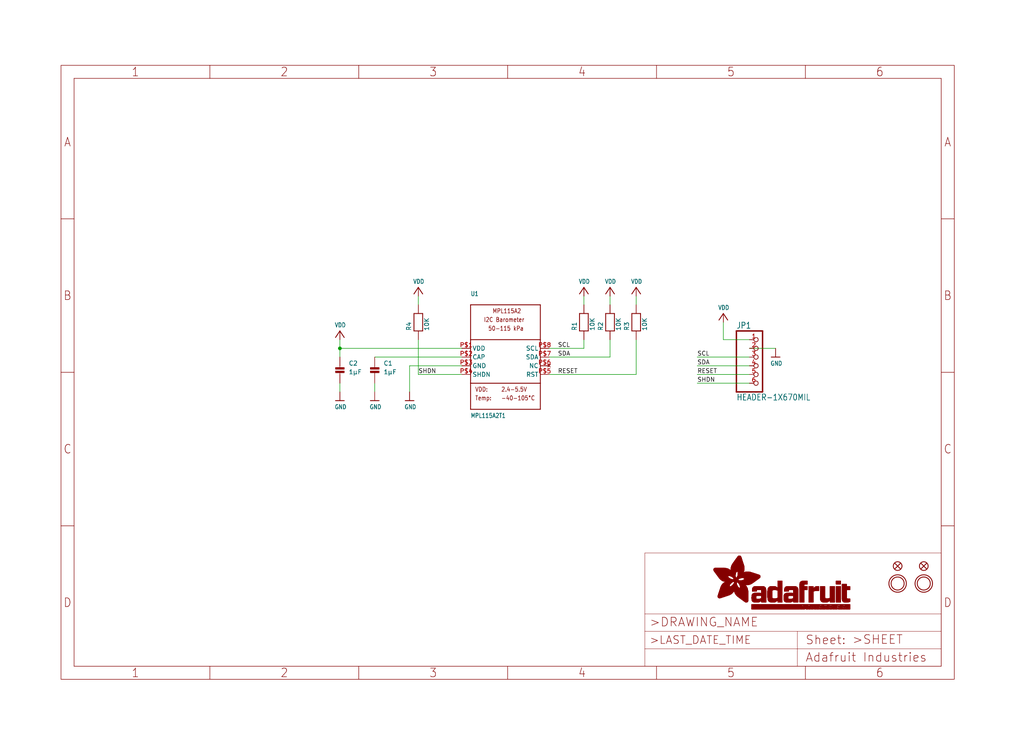
<source format=kicad_sch>
(kicad_sch (version 20211123) (generator eeschema)
  (paper "User" 298.45 217.881)
  (lib_symbols
    (symbol "eagleSchem-eagle-import:CAP_CERAMIC0805"
      (property "Reference" "C" (at 2.54 2.54 0))
      (property "Value" "CAP_CERAMIC0805" (at 2.54 0 0))
      (symbol "CAP_CERAMIC0805_1_0"
        (pin passive line (at 0 5.08 270) (length 2.54) (name "P$1") (number "1"))
        (pin passive line (at 0 -2.54 90) (length 2.54) (name "P$2") (number "2"))
      )
    )
    (symbol "eagleSchem-eagle-import:FIDUCIAL{dblquote}{dblquote}")
    (symbol "eagleSchem-eagle-import:FRAME_A4_ADAFRUIT"
      (symbol "FRAME_A4_ADAFRUIT_1_0"
        (text "1" (at 21.6958 1.905 0) (effects (font (size 2.54 2.286))))
        (text "1" (at 21.6958 177.165 0) (effects (font (size 2.54 2.286))))
        (text "2" (at 65.0875 1.905 0) (effects (font (size 2.54 2.286))))
        (text "2" (at 65.0875 177.165 0) (effects (font (size 2.54 2.286))))
        (text "3" (at 108.4792 1.905 0) (effects (font (size 2.54 2.286))))
        (text "3" (at 108.4792 177.165 0) (effects (font (size 2.54 2.286))))
        (text "4" (at 151.8708 1.905 0) (effects (font (size 2.54 2.286))))
        (text "4" (at 151.8708 177.165 0) (effects (font (size 2.54 2.286))))
        (text "5" (at 195.2625 1.905 0) (effects (font (size 2.54 2.286))))
        (text "5" (at 195.2625 177.165 0) (effects (font (size 2.54 2.286))))
        (text "6" (at 238.6542 1.905 0) (effects (font (size 2.54 2.286))))
        (text "6" (at 238.6542 177.165 0) (effects (font (size 2.54 2.286))))
        (text ">DRAWING_NAME" (at 171.45 15.24 0) (effects (font (size 2.54 2.54)) (justify left bottom)))
        (text ">LAST_DATE_TIME" (at 171.45 10.16 0) (effects (font (size 2.286 2.286)) (justify left bottom)))
        (text ">SHEET" (at 230.505 10.16 0) (effects (font (size 2.54 2.54)) (justify left bottom)))
        (text "A" (at 1.905 156.6863 0) (effects (font (size 2.54 2.286))))
        (text "A" (at 258.445 156.6863 0) (effects (font (size 2.54 2.286))))
        (text "Adafruit Industries" (at 216.916 4.953 0) (effects (font (size 2.54 2.54)) (justify left bottom)))
        (text "B" (at 1.905 111.9188 0) (effects (font (size 2.54 2.286))))
        (text "B" (at 258.445 111.9188 0) (effects (font (size 2.54 2.286))))
        (text "C" (at 1.905 67.1513 0) (effects (font (size 2.54 2.286))))
        (text "C" (at 258.445 67.1513 0) (effects (font (size 2.54 2.286))))
        (text "D" (at 1.905 22.3838 0) (effects (font (size 2.54 2.286))))
        (text "D" (at 258.445 22.3838 0) (effects (font (size 2.54 2.286))))
        (text "Sheet:" (at 216.916 10.033 0) (effects (font (size 2.54 2.54)) (justify left bottom)))
      )
    )
    (symbol "eagleSchem-eagle-import:GND" (power)
      (property "Value" "GND" (at -1.524 -2.54 0))
      (symbol "GND_1_0"
        (pin power_in line (at 0 2.54 270) (length 2.54) (name "GND") (number "1"))
      )
    )
    (symbol "eagleSchem-eagle-import:HEADER-1X670MIL"
      (property "Reference" "JP" (at -6.35 10.795 0))
      (property "Value" "HEADER-1X670MIL" (at -6.35 -10.16 0))
      (symbol "HEADER-1X670MIL_1_0"
        (pin passive inverted (at -2.54 7.62 0) (length 2.54) (name "1") (number "1"))
        (pin passive inverted (at -2.54 5.08 0) (length 2.54) (name "2") (number "2"))
        (pin passive inverted (at -2.54 2.54 0) (length 2.54) (name "3") (number "3"))
        (pin passive inverted (at -2.54 0 0) (length 2.54) (name "4") (number "4"))
        (pin passive inverted (at -2.54 -2.54 0) (length 2.54) (name "5") (number "5"))
        (pin passive inverted (at -2.54 -5.08 0) (length 2.54) (name "6") (number "6"))
      )
    )
    (symbol "eagleSchem-eagle-import:MOUNTINGHOLE2.5")
    (symbol "eagleSchem-eagle-import:MPL115A2"
      (property "Reference" "U" (at -10.16 17.78 0))
      (property "Value" "MPL115A2" (at -10.16 -17.78 0))
      (symbol "MPL115A2_1_0"
        (text "-40-105°C" (at -1.27 -12.7 0) (effects (font (size 1.27 1.0795)) (justify left bottom)))
        (text "2.4-5.5V" (at -1.27 -10.16 0) (effects (font (size 1.27 1.0795)) (justify left bottom)))
        (text "50-115 kPa" (at -5.08 7.62 0) (effects (font (size 1.27 1.0795)) (justify left bottom)))
        (text "I2C Barometer" (at -6.35 10.16 0) (effects (font (size 1.27 1.0795)) (justify left bottom)))
        (text "MPL115A2" (at -3.81 12.7 0) (effects (font (size 1.27 1.0795)) (justify left bottom)))
        (text "Temp:" (at -8.89 -12.7 0) (effects (font (size 1.27 1.0795)) (justify left bottom)))
        (text "VDD:" (at -8.89 -10.16 0) (effects (font (size 1.27 1.0795)) (justify left bottom)))
        (pin power_in line (at -12.7 2.54 0) (length 2.54) (name "VDD") (number "P$1"))
        (pin bidirectional line (at -12.7 0 0) (length 2.54) (name "CAP") (number "P$2"))
        (pin power_in line (at -12.7 -2.54 0) (length 2.54) (name "GND") (number "P$3"))
        (pin bidirectional line (at -12.7 -5.08 0) (length 2.54) (name "SHDN") (number "P$4"))
        (pin bidirectional line (at 12.7 -5.08 180) (length 2.54) (name "RST") (number "P$5"))
        (pin no_connect line (at 12.7 -2.54 180) (length 2.54) (name "NC") (number "P$6"))
        (pin bidirectional line (at 12.7 0 180) (length 2.54) (name "SDA") (number "P$7"))
        (pin bidirectional line (at 12.7 2.54 180) (length 2.54) (name "SCL") (number "P$8"))
      )
    )
    (symbol "eagleSchem-eagle-import:RESISTOR0805"
      (property "Reference" "R" (at -2.54 2.032 0))
      (property "Value" "RESISTOR0805" (at -2.54 -3.175 0))
      (symbol "RESISTOR0805_1_0"
        (pin passive line (at -5.08 0 0) (length 2.54) (name "1") (number "1"))
        (pin passive line (at 5.08 0 180) (length 2.54) (name "2") (number "2"))
      )
    )
    (symbol "eagleSchem-eagle-import:VDD" (power)
      (property "Value" "VDD" (at -1.524 3.556 0))
      (symbol "VDD_1_0"
        (pin power_in line (at 0 0 90) (length 2.54) (name "VDD") (number "1"))
      )
    )
  )
  (junction (at 99.06 101.6))
  (wire (pts (xy 134.62 109.22) (xy 121.92 109.22)))
  (wire (pts (xy 170.18 101.6) (xy 170.18 99.06)))
  (wire (pts (xy 160.02 101.6) (xy 170.18 101.6)))
  (wire (pts (xy 119.38 106.68) (xy 119.38 114.3)))
  (wire (pts (xy 218.44 106.68) (xy 203.2 106.68)))
  (wire (pts (xy 99.06 111.76) (xy 99.06 114.3)))
  (wire (pts (xy 109.22 111.76) (xy 109.22 114.3)))
  (wire (pts (xy 185.42 109.22) (xy 185.42 99.06)))
  (wire (pts (xy 218.44 104.14) (xy 203.2 104.14)))
  (wire (pts (xy 218.44 99.06) (xy 210.82 99.06)))
  (wire (pts (xy 99.06 101.6) (xy 99.06 104.14)))
  (wire (pts (xy 121.92 88.9) (xy 121.92 86.36)))
  (wire (pts (xy 134.62 101.6) (xy 99.06 101.6)))
  (wire (pts (xy 218.44 109.22) (xy 203.2 109.22)))
  (wire (pts (xy 99.06 101.6) (xy 99.06 99.06)))
  (wire (pts (xy 160.02 104.14) (xy 177.8 104.14)))
  (wire (pts (xy 218.44 101.6) (xy 226.06 101.6)))
  (wire (pts (xy 134.62 106.68) (xy 119.38 106.68)))
  (wire (pts (xy 170.18 88.9) (xy 170.18 86.36)))
  (wire (pts (xy 177.8 88.9) (xy 177.8 86.36)))
  (wire (pts (xy 177.8 104.14) (xy 177.8 99.06)))
  (wire (pts (xy 134.62 104.14) (xy 109.22 104.14)))
  (wire (pts (xy 185.42 88.9) (xy 185.42 86.36)))
  (wire (pts (xy 210.82 99.06) (xy 210.82 93.98)))
  (wire (pts (xy 121.92 109.22) (xy 121.92 99.06)))
  (wire (pts (xy 218.44 111.76) (xy 203.2 111.76)))
  (wire (pts (xy 160.02 109.22) (xy 185.42 109.22)))
  (label "SDA" (at 203.2 106.68 0) (effects (font (size 1.2446 1.2446))))
  (label "SCL" (at 162.56 101.6 0) (effects (font (size 1.2446 1.2446))))
  (label "SDA" (at 162.56 104.14 0) (effects (font (size 1.2446 1.2446))))
  (label "RESET" (at 203.2 109.22 0) (effects (font (size 1.2446 1.2446))))
  (label "SCL" (at 203.2 104.14 0) (effects (font (size 1.2446 1.2446))))
  (label "RESET" (at 162.56 109.22 0) (effects (font (size 1.2446 1.2446))))
  (label "SHDN" (at 203.2 111.76 0) (effects (font (size 1.2446 1.2446))))
  (label "SHDN" (at 121.92 109.22 0) (effects (font (size 1.2446 1.2446))))
  (symbol (lib_id "eagleSchem-eagle-import:GND") (at 119.38 116.84 0) (unit 1)
    (property "Reference" "#U$3" (effects hide))
    (property "Value" "GND" (at 117.856 119.38 0) (effects (font (size 1.27 1.0795)) (justify left bottom)))
    (property "Footprint" "eagleSchem:" (effects hide))
  )
  (symbol (lib_id "eagleSchem-eagle-import:VDD") (at 121.92 86.36 0) (unit 1)
    (property "Reference" "#U$12" (effects hide))
    (property "Value" "VDD" (at 120.396 82.804 0) (effects (font (size 1.27 1.0795)) (justify left bottom)))
    (property "Footprint" "eagleSchem:" (effects hide))
  )
  (symbol (lib_id "eagleSchem-eagle-import:RESISTOR0805") (at 121.92 93.98 90) (unit 1)
    (property "Reference" "R4" (at 119.888 96.52 0) (effects (justify left bottom)))
    (property "Value" "10K" (at 125.095 96.52 0) (effects (justify left bottom)))
    (property "Footprint" "eagleSchem:0805" (effects hide))
  )
  (symbol (lib_id "eagleSchem-eagle-import:RESISTOR0805") (at 170.18 93.98 90) (unit 1)
    (property "Reference" "R1" (at 168.148 96.52 0) (effects (justify left bottom)))
    (property "Value" "10K" (at 173.355 96.52 0) (effects (justify left bottom)))
    (property "Footprint" "eagleSchem:0805" (effects hide))
  )
  (symbol (lib_id "eagleSchem-eagle-import:CAP_CERAMIC0805") (at 99.06 109.22 0) (unit 1)
    (property "Reference" "C2" (at 101.6 106.68 0) (effects (justify left bottom)))
    (property "Value" "1µF" (at 101.6 109.22 0) (effects (justify left bottom)))
    (property "Footprint" "eagleSchem:0805" (effects hide))
  )
  (symbol (lib_id "eagleSchem-eagle-import:VDD") (at 185.42 86.36 0) (unit 1)
    (property "Reference" "#U$13" (effects hide))
    (property "Value" "VDD" (at 183.896 82.804 0) (effects (font (size 1.27 1.0795)) (justify left bottom)))
    (property "Footprint" "eagleSchem:" (effects hide))
  )
  (symbol (lib_id "eagleSchem-eagle-import:VDD") (at 177.8 86.36 0) (unit 1)
    (property "Reference" "#U$4" (effects hide))
    (property "Value" "VDD" (at 176.276 82.804 0) (effects (font (size 1.27 1.0795)) (justify left bottom)))
    (property "Footprint" "eagleSchem:" (effects hide))
  )
  (symbol (lib_id "eagleSchem-eagle-import:MPL115A2") (at 147.32 104.14 0) (unit 1)
    (property "Reference" "U1" (at 137.16 86.36 0) (effects (font (size 1.27 1.0795)) (justify left bottom)))
    (property "Value" "MPL115A2T1" (at 137.16 121.92 0) (effects (font (size 1.27 1.0795)) (justify left bottom)))
    (property "Footprint" "eagleSchem:LGA8" (effects hide))
  )
  (symbol (lib_id "eagleSchem-eagle-import:VDD") (at 170.18 86.36 0) (unit 1)
    (property "Reference" "#U$5" (effects hide))
    (property "Value" "VDD" (at 168.656 82.804 0) (effects (font (size 1.27 1.0795)) (justify left bottom)))
    (property "Footprint" "eagleSchem:" (effects hide))
  )
  (symbol (lib_id "eagleSchem-eagle-import:GND") (at 226.06 104.14 0) (unit 1)
    (property "Reference" "#U$7" (effects hide))
    (property "Value" "GND" (at 224.536 106.68 0) (effects (font (size 1.27 1.0795)) (justify left bottom)))
    (property "Footprint" "eagleSchem:" (effects hide))
  )
  (symbol (lib_id "eagleSchem-eagle-import:VDD") (at 210.82 93.98 0) (unit 1)
    (property "Reference" "#U$6" (effects hide))
    (property "Value" "VDD" (at 209.296 90.424 0) (effects (font (size 1.27 1.0795)) (justify left bottom)))
    (property "Footprint" "eagleSchem:" (effects hide))
  )
  (symbol (lib_id "eagleSchem-eagle-import:HEADER-1X670MIL") (at 220.98 106.68 0) (unit 1)
    (property "Reference" "JP1" (at 214.63 95.885 0) (effects (font (size 1.778 1.5113)) (justify left bottom)))
    (property "Value" "HEADER-1X670MIL" (at 214.63 116.84 0) (effects (font (size 1.778 1.5113)) (justify left bottom)))
    (property "Footprint" "eagleSchem:1X06_ROUND_70" (effects hide))
  )
  (symbol (lib_id "eagleSchem-eagle-import:GND") (at 109.22 116.84 0) (unit 1)
    (property "Reference" "#U$10" (effects hide))
    (property "Value" "GND" (at 107.696 119.38 0) (effects (font (size 1.27 1.0795)) (justify left bottom)))
    (property "Footprint" "eagleSchem:" (effects hide))
  )
  (symbol (lib_id "eagleSchem-eagle-import:FIDUCIAL{dblquote}{dblquote}") (at 269.24 165.1 0) (unit 1)
    (property "Reference" "FID1" (effects hide))
    (property "Value" "FIDUCIAL{dblquote}{dblquote}" (effects hide))
    (property "Footprint" "eagleSchem:FIDUCIAL_1MM" (effects hide))
  )
  (symbol (lib_id "eagleSchem-eagle-import:RESISTOR0805") (at 177.8 93.98 90) (unit 1)
    (property "Reference" "R2" (at 175.768 96.52 0) (effects (justify left bottom)))
    (property "Value" "10K" (at 180.975 96.52 0) (effects (justify left bottom)))
    (property "Footprint" "eagleSchem:0805" (effects hide))
  )
  (symbol (lib_id "eagleSchem-eagle-import:MOUNTINGHOLE2.5") (at 269.24 170.18 0) (unit 1)
    (property "Reference" "U$8" (effects hide))
    (property "Value" "MOUNTINGHOLE2.5" (effects hide))
    (property "Footprint" "eagleSchem:MOUNTINGHOLE_2.5_PLATED" (effects hide))
  )
  (symbol (lib_id "eagleSchem-eagle-import:MOUNTINGHOLE2.5") (at 261.62 170.18 0) (unit 1)
    (property "Reference" "U$9" (effects hide))
    (property "Value" "MOUNTINGHOLE2.5" (effects hide))
    (property "Footprint" "eagleSchem:MOUNTINGHOLE_2.5_PLATED" (effects hide))
  )
  (symbol (lib_id "eagleSchem-eagle-import:VDD") (at 99.06 99.06 0) (unit 1)
    (property "Reference" "#U$2" (effects hide))
    (property "Value" "VDD" (at 97.536 95.504 0) (effects (font (size 1.27 1.0795)) (justify left bottom)))
    (property "Footprint" "eagleSchem:" (effects hide))
  )
  (symbol (lib_id "eagleSchem-eagle-import:FRAME_A4_ADAFRUIT") (at 17.78 198.12 0) (unit 1)
    (property "Reference" "#U$1" (effects hide))
    (property "Value" "FRAME_A4_ADAFRUIT" (effects hide))
    (property "Footprint" "eagleSchem:" (effects hide))
  )
  (symbol (lib_id "eagleSchem-eagle-import:GND") (at 99.06 116.84 0) (unit 1)
    (property "Reference" "#U$11" (effects hide))
    (property "Value" "GND" (at 97.536 119.38 0) (effects (font (size 1.27 1.0795)) (justify left bottom)))
    (property "Footprint" "eagleSchem:" (effects hide))
  )
  (symbol (lib_id "eagleSchem-eagle-import:CAP_CERAMIC0805") (at 109.22 109.22 0) (unit 1)
    (property "Reference" "C1" (at 111.76 106.68 0) (effects (justify left bottom)))
    (property "Value" "1µF" (at 111.76 109.22 0) (effects (justify left bottom)))
    (property "Footprint" "eagleSchem:0805" (effects hide))
  )
  (symbol (lib_id "eagleSchem-eagle-import:FIDUCIAL{dblquote}{dblquote}") (at 261.62 165.1 0) (unit 1)
    (property "Reference" "FID2" (effects hide))
    (property "Value" "FIDUCIAL{dblquote}{dblquote}" (effects hide))
    (property "Footprint" "eagleSchem:FIDUCIAL_1MM" (effects hide))
  )
  (symbol (lib_id "eagleSchem-eagle-import:RESISTOR0805") (at 185.42 93.98 90) (unit 1)
    (property "Reference" "R3" (at 183.388 96.52 0) (effects (justify left bottom)))
    (property "Value" "10K" (at 188.595 96.52 0) (effects (justify left bottom)))
    (property "Footprint" "eagleSchem:0805" (effects hide))
  )
)
</source>
